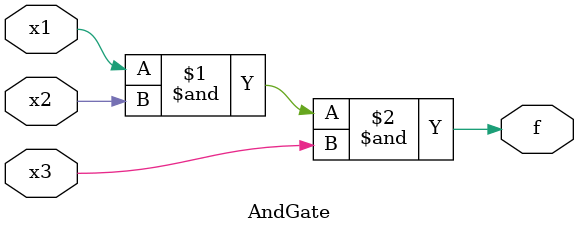
<source format=v>
module Lab2b (A,B,C,D,S,T,Y, LEDa, LEDb, LEDc, LEDd, LEDs, LEDt);
input A,B,C,D,S,T;
output Y;
output LEDa, LEDb, LEDc, LEDd, LEDs, LEDt;

wire SN,TN,DST,CSTN,BTSN,ASNTN;

 NotGate U1 (.x1(S),.f(SN));
 NotGate U2 (.x1(T),.f(TN));
 AndGate U3 (.x1(A),.x2(SN),.x3(TN),.f(ASNTN));
 AndGate U4 (.x1(B),.x2(T),.x3(SN),.f(BTSN));
 AndGate U5 (.x1(C),.x2(S),.x3(TN),.f(CSTN));
 AndGate U6 (.x1(D),.x2(S),.x3(T),.f(DST));
 OrGate U7(.x1(ASNTN),.x2(BTSN),.x3(CSTN),.x4(DST),.f(Y));

assign LEDa= A;
assign LEDb= B;
assign LEDc= C;
assign LEDd= D;
assign LEDs= S;
assign LEDt= T;

endmodule


module NotGate(x1,f);
input x1;
output f;
assign f = ~x1;

endmodule

module OrGate(x1,x2, x3, x4, f);
input x1, x2,x3,x4;
output f;
 assign f = (x1 ==1 || x2 == 1 || x3 ==1 || x4 == 1)? 1'b1:1'b0;
 
 
 endmodule
 
 module AndGate(x1,x2,x3,f);
  input x1, x2,x3;
output f;
 assign f = x1 & x2 & x3 ;
 
 endmodule
 
</source>
